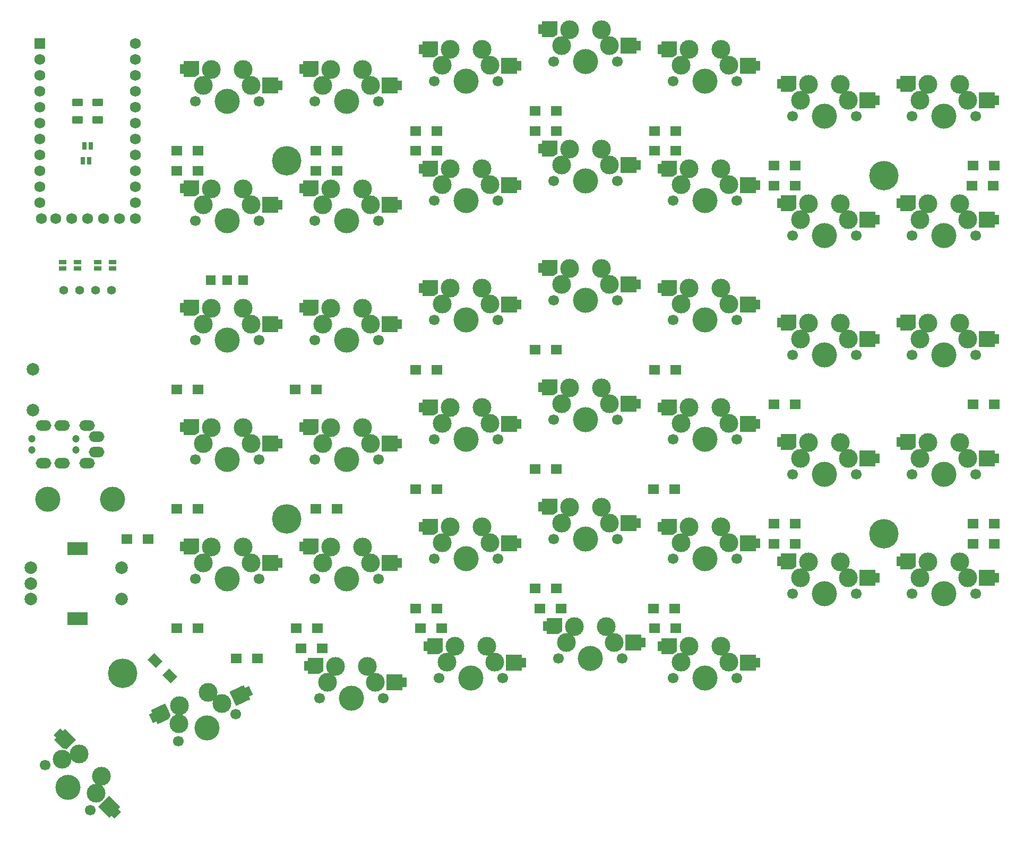
<source format=gbr>
%TF.GenerationSoftware,KiCad,Pcbnew,(6.0.1)*%
%TF.CreationDate,2022-02-14T18:22:42+08:00*%
%TF.ProjectId,Sofle_Extended,536f666c-655f-4457-9874-656e6465642e,rev?*%
%TF.SameCoordinates,Original*%
%TF.FileFunction,Soldermask,Top*%
%TF.FilePolarity,Negative*%
%FSLAX46Y46*%
G04 Gerber Fmt 4.6, Leading zero omitted, Abs format (unit mm)*
G04 Created by KiCad (PCBNEW (6.0.1)) date 2022-02-14 18:22:42*
%MOMM*%
%LPD*%
G01*
G04 APERTURE LIST*
G04 Aperture macros list*
%AMRoundRect*
0 Rectangle with rounded corners*
0 $1 Rounding radius*
0 $2 $3 $4 $5 $6 $7 $8 $9 X,Y pos of 4 corners*
0 Add a 4 corners polygon primitive as box body*
4,1,4,$2,$3,$4,$5,$6,$7,$8,$9,$2,$3,0*
0 Add four circle primitives for the rounded corners*
1,1,$1+$1,$2,$3*
1,1,$1+$1,$4,$5*
1,1,$1+$1,$6,$7*
1,1,$1+$1,$8,$9*
0 Add four rect primitives between the rounded corners*
20,1,$1+$1,$2,$3,$4,$5,0*
20,1,$1+$1,$4,$5,$6,$7,0*
20,1,$1+$1,$6,$7,$8,$9,0*
20,1,$1+$1,$8,$9,$2,$3,0*%
%AMRotRect*
0 Rectangle, with rotation*
0 The origin of the aperture is its center*
0 $1 length*
0 $2 width*
0 $3 Rotation angle, in degrees counterclockwise*
0 Add horizontal line*
21,1,$1,$2,0,0,$3*%
%AMFreePoly0*
4,1,24,2.735355,1.235355,2.750000,1.200000,2.750000,-0.800000,2.748029,-0.804757,2.749028,-0.809806,2.740927,-0.821903,2.735355,-0.835355,2.730600,-0.837325,2.727735,-0.841603,2.127735,-1.241603,2.113450,-1.244429,2.100000,-1.250000,0.300001,-1.250000,0.264645,-1.235355,0.250000,-1.200000,0.250000,-0.750000,-0.349999,-0.750000,-0.349999,0.750000,0.250000,0.750000,0.250000,1.200000,
0.264645,1.235355,0.300001,1.250000,2.700000,1.250000,2.735355,1.235355,2.735355,1.235355,$1*%
%AMFreePoly1*
4,1,17,-0.364645,1.235355,-0.350000,1.200001,-0.349999,0.750000,0.349999,0.750000,0.349999,-0.750000,-0.349999,-0.750000,-0.350000,-1.200001,-0.364645,-1.235355,-0.400000,-1.250000,-2.800000,-1.249999,-2.835355,-1.235355,-2.850000,-1.200000,-2.850000,1.200000,-2.835355,1.235355,-2.800000,1.249999,-0.400000,1.250000,-0.364645,1.235355,-0.364645,1.235355,$1*%
G04 Aperture macros list end*
%ADD10C,3.000000*%
%ADD11C,1.700000*%
%ADD12C,4.000000*%
%ADD13FreePoly0,315.000000*%
%ADD14FreePoly1,315.000000*%
%ADD15FreePoly0,0.000000*%
%ADD16FreePoly1,0.000000*%
%ADD17C,4.700000*%
%ADD18R,1.800000X1.500000*%
%ADD19C,1.200000*%
%ADD20O,2.500000X1.700000*%
%ADD21R,1.524000X1.524000*%
%ADD22R,0.635000X1.143000*%
%ADD23R,1.143000X0.635000*%
%ADD24FreePoly0,25.000000*%
%ADD25FreePoly1,25.000000*%
%ADD26C,2.000000*%
%ADD27RotRect,1.800000X1.500000X315.000000*%
%ADD28R,3.200000X2.000000*%
%ADD29R,1.752600X1.752600*%
%ADD30C,1.752600*%
%ADD31C,1.397000*%
%ADD32RoundRect,0.250000X-0.625000X0.375000X-0.625000X-0.375000X0.625000X-0.375000X0.625000X0.375000X0*%
%ADD33RoundRect,0.250000X0.625000X-0.375000X0.625000X0.375000X-0.625000X0.375000X-0.625000X-0.375000X0*%
G04 APERTURE END LIST*
D10*
%TO.C,SW41*%
X76889475Y-152672371D03*
D11*
X74195398Y-153570398D03*
D10*
X79583551Y-151774346D03*
X83175654Y-155366449D03*
D12*
X77787500Y-157162500D03*
D11*
X81379602Y-160754602D03*
D10*
X82277628Y-158060526D03*
D13*
X76302576Y-148465087D03*
D14*
X85565675Y-161405141D03*
%TD*%
D11*
%TO.C,SW3*%
X184467500Y-44450000D03*
D10*
X176847500Y-39370000D03*
D11*
X174307500Y-44450000D03*
D12*
X179387500Y-44450000D03*
D10*
X183197500Y-41910000D03*
X181927500Y-39370000D03*
X175577500Y-41909999D03*
D15*
X172187500Y-39350000D03*
D16*
X187887500Y-41950000D03*
%TD*%
D17*
%TO.C,TH7*%
X207962500Y-59531250D03*
%TD*%
D18*
%TO.C,D9*%
X190387500Y-61118750D03*
X193787500Y-61118750D03*
%TD*%
D10*
%TO.C,SW37*%
X164941250Y-133985000D03*
D11*
X156051250Y-136525000D03*
D12*
X161131250Y-136525000D03*
D10*
X158591250Y-131445000D03*
D11*
X166211250Y-136525000D03*
D10*
X163671250Y-131445000D03*
X157321250Y-133984999D03*
D15*
X153931250Y-131425000D03*
D16*
X169631250Y-134025000D03*
%TD*%
D12*
%TO.C,SW31*%
X179387500Y-120650000D03*
D11*
X184467500Y-120650000D03*
D10*
X183197500Y-118110000D03*
X175577500Y-118109999D03*
X181927500Y-115570000D03*
D11*
X174307500Y-120650000D03*
D10*
X176847500Y-115570000D03*
D15*
X172187500Y-115550000D03*
D16*
X187887500Y-118150000D03*
%TD*%
D18*
%TO.C,D12*%
X133237500Y-55562500D03*
X136637500Y-55562500D03*
%TD*%
%TO.C,D27*%
X117362500Y-112712500D03*
X120762500Y-112712500D03*
%TD*%
D19*
%TO.C,J3*%
X72093750Y-103268750D03*
X79093750Y-101518750D03*
X72093750Y-101518750D03*
X79093750Y-103268750D03*
D20*
X80893750Y-105368750D03*
X80893750Y-99418750D03*
X76893750Y-99418750D03*
X76893750Y-105368750D03*
X73893750Y-99418750D03*
X73893750Y-105368750D03*
X82393750Y-101168750D03*
X82393750Y-103618750D03*
%TD*%
D18*
%TO.C,D6*%
X117362500Y-55562500D03*
X120762500Y-55562500D03*
%TD*%
%TO.C,D10*%
X171337500Y-55562500D03*
X174737500Y-55562500D03*
%TD*%
%TO.C,D4*%
X152287500Y-49212500D03*
X155687500Y-49212500D03*
%TD*%
%TO.C,D16*%
X190387500Y-96043750D03*
X193787500Y-96043750D03*
%TD*%
D12*
%TO.C,SW13*%
X122237500Y-66675000D03*
D10*
X126047500Y-64135000D03*
X118427500Y-64134999D03*
X124777500Y-61595000D03*
D11*
X127317500Y-66675000D03*
X117157500Y-66675000D03*
D10*
X119697500Y-61595000D03*
D15*
X115037500Y-61575000D03*
D16*
X130737500Y-64175000D03*
%TD*%
D10*
%TO.C,SW1*%
X214947500Y-44926250D03*
D11*
X222567500Y-50006250D03*
X212407500Y-50006250D03*
D10*
X220027500Y-44926250D03*
X221297500Y-47466250D03*
D12*
X217487500Y-50006250D03*
D10*
X213677500Y-47466249D03*
D15*
X210287500Y-44906250D03*
D16*
X225987500Y-47506250D03*
%TD*%
D21*
%TO.C,J1*%
X105737500Y-76200000D03*
X103237500Y-76200000D03*
X100637500Y-76200000D03*
%TD*%
D22*
%TO.C,JP10*%
X80462120Y-54768750D03*
X81462880Y-54768750D03*
%TD*%
%TO.C,JP9*%
X80168750Y-57150000D03*
X81169510Y-57150000D03*
%TD*%
D11*
%TO.C,SW21*%
X98107500Y-85725000D03*
D10*
X106997500Y-83185000D03*
D12*
X103187500Y-85725000D03*
D11*
X108267500Y-85725000D03*
D10*
X99377500Y-83184999D03*
X105727500Y-80645000D03*
X100647500Y-80645000D03*
D15*
X95987500Y-80625000D03*
D16*
X111687500Y-83225000D03*
%TD*%
D18*
%TO.C,D20*%
X114075000Y-93662500D03*
X117475000Y-93662500D03*
%TD*%
%TO.C,D14*%
X95137500Y-58737500D03*
X98537500Y-58737500D03*
%TD*%
D12*
%TO.C,TH2*%
X84931250Y-111125000D03*
%TD*%
D18*
%TO.C,D3*%
X171337500Y-52387500D03*
X174737500Y-52387500D03*
%TD*%
%TO.C,D32*%
X152287500Y-125412500D03*
X155687500Y-125412500D03*
%TD*%
%TO.C,D8*%
X222025000Y-61118750D03*
X225425000Y-61118750D03*
%TD*%
%TO.C,D17*%
X171337500Y-90487500D03*
X174737500Y-90487500D03*
%TD*%
%TO.C,D23*%
X190387500Y-115093750D03*
X193787500Y-115093750D03*
%TD*%
D10*
%TO.C,SW4*%
X162877500Y-36195000D03*
X164147500Y-38735000D03*
X156527500Y-38734999D03*
D12*
X160337500Y-41275000D03*
D10*
X157797500Y-36195000D03*
D11*
X165417500Y-41275000D03*
X155257500Y-41275000D03*
D15*
X153137500Y-36175000D03*
D16*
X168837500Y-38775000D03*
%TD*%
D18*
%TO.C,D39*%
X114981250Y-134937500D03*
X118381250Y-134937500D03*
%TD*%
D23*
%TO.C,JP3*%
X79375000Y-74319130D03*
X79375000Y-73318370D03*
%TD*%
D18*
%TO.C,D29*%
X222137500Y-118268750D03*
X225537500Y-118268750D03*
%TD*%
D11*
%TO.C,SW33*%
X146367500Y-120650000D03*
D10*
X138747500Y-115570000D03*
X137477500Y-118109999D03*
X145097500Y-118110000D03*
X143827500Y-115570000D03*
D11*
X136207500Y-120650000D03*
D12*
X141287500Y-120650000D03*
D15*
X134087500Y-115550000D03*
D16*
X149787500Y-118150000D03*
%TD*%
D10*
%TO.C,SW14*%
X105727500Y-61595000D03*
D11*
X98107500Y-66675000D03*
D10*
X100647500Y-61595000D03*
X106997500Y-64135000D03*
D11*
X108267500Y-66675000D03*
D12*
X103187500Y-66675000D03*
D10*
X99377500Y-64134999D03*
D15*
X95987500Y-61575000D03*
D16*
X111687500Y-64175000D03*
%TD*%
D18*
%TO.C,D37*%
X153081250Y-128587500D03*
X156481250Y-128587500D03*
%TD*%
%TO.C,D35*%
X95137500Y-131762500D03*
X98537500Y-131762500D03*
%TD*%
D10*
%TO.C,SW17*%
X175577500Y-80009999D03*
D12*
X179387500Y-82550000D03*
D10*
X183197500Y-80010000D03*
X176847500Y-77470000D03*
X181927500Y-77470000D03*
D11*
X174307500Y-82550000D03*
X184467500Y-82550000D03*
D15*
X172187500Y-77450000D03*
D16*
X187887500Y-80050000D03*
%TD*%
D10*
%TO.C,SW40*%
X95486017Y-146945653D03*
X102392082Y-143725303D03*
X95563577Y-144106907D03*
X100167621Y-141960006D03*
D11*
X95408456Y-149784401D03*
D12*
X100012500Y-147637500D03*
D11*
X104616544Y-145490599D03*
D24*
X91331731Y-146058182D03*
D25*
X106659571Y-141779475D03*
%TD*%
D18*
%TO.C,D15*%
X222137500Y-96043750D03*
X225537500Y-96043750D03*
%TD*%
D17*
%TO.C,TH3*%
X112712500Y-114300000D03*
%TD*%
D10*
%TO.C,SW20*%
X126047500Y-83185000D03*
D11*
X127317500Y-85725000D03*
D10*
X124777500Y-80645000D03*
X119697500Y-80645000D03*
D12*
X122237500Y-85725000D03*
D10*
X118427500Y-83184999D03*
D11*
X117157500Y-85725000D03*
D15*
X115037500Y-80625000D03*
D16*
X130737500Y-83225000D03*
%TD*%
D10*
%TO.C,SW32*%
X164147500Y-114935000D03*
D11*
X155257500Y-117475000D03*
D10*
X162877500Y-112395000D03*
X156527500Y-114934999D03*
X157797500Y-112395000D03*
D11*
X165417500Y-117475000D03*
D12*
X160337500Y-117475000D03*
D15*
X153137500Y-112375000D03*
D16*
X168837500Y-114975000D03*
%TD*%
D10*
%TO.C,SW11*%
X156527500Y-57784999D03*
D11*
X165417500Y-60325000D03*
D12*
X160337500Y-60325000D03*
D11*
X155257500Y-60325000D03*
D10*
X162877500Y-55245000D03*
X157797500Y-55245000D03*
X164147500Y-57785000D03*
D15*
X153137500Y-55225000D03*
D16*
X168837500Y-57825000D03*
%TD*%
D10*
%TO.C,SW22*%
X221297500Y-104616250D03*
X214947500Y-102076250D03*
D12*
X217487500Y-107156250D03*
D11*
X212407500Y-107156250D03*
D10*
X213677500Y-104616249D03*
D11*
X222567500Y-107156250D03*
D10*
X220027500Y-102076250D03*
D15*
X210287500Y-102056250D03*
D16*
X225987500Y-104656250D03*
%TD*%
D18*
%TO.C,D42*%
X87200000Y-117475000D03*
X90600000Y-117475000D03*
%TD*%
D23*
%TO.C,JP4*%
X76993750Y-74319130D03*
X76993750Y-73318370D03*
%TD*%
D26*
%TO.C,RSW1*%
X72231250Y-90412500D03*
X72231250Y-96912500D03*
%TD*%
D18*
%TO.C,D25*%
X152287500Y-106362500D03*
X155687500Y-106362500D03*
%TD*%
D11*
%TO.C,SW9*%
X193357500Y-69056250D03*
X203517500Y-69056250D03*
D10*
X194627500Y-66516249D03*
D12*
X198437500Y-69056250D03*
D10*
X195897500Y-63976250D03*
X200977500Y-63976250D03*
X202247500Y-66516250D03*
D15*
X191237500Y-63956250D03*
D16*
X206937500Y-66556250D03*
%TD*%
D18*
%TO.C,D40*%
X104662500Y-136525000D03*
X108062500Y-136525000D03*
%TD*%
D27*
%TO.C,D41*%
X91666668Y-136910418D03*
X94070832Y-139314582D03*
%TD*%
D18*
%TO.C,D7*%
X95137500Y-55562500D03*
X98537500Y-55562500D03*
%TD*%
%TO.C,D38*%
X134031250Y-131762500D03*
X137431250Y-131762500D03*
%TD*%
%TO.C,D13*%
X117362500Y-58737500D03*
X120762500Y-58737500D03*
%TD*%
D11*
%TO.C,SW15*%
X212407500Y-88106250D03*
X222567500Y-88106250D03*
D10*
X213677500Y-85566249D03*
D12*
X217487500Y-88106250D03*
D10*
X221297500Y-85566250D03*
X214947500Y-83026250D03*
X220027500Y-83026250D03*
D15*
X210287500Y-83006250D03*
D16*
X225987500Y-85606250D03*
%TD*%
D18*
%TO.C,D11*%
X152287500Y-52387500D03*
X155687500Y-52387500D03*
%TD*%
%TO.C,D31*%
X171225000Y-128587500D03*
X174625000Y-128587500D03*
%TD*%
D10*
%TO.C,SW19*%
X138747500Y-77470000D03*
X145097500Y-80010000D03*
D11*
X136207500Y-82550000D03*
D10*
X137477500Y-80009999D03*
D12*
X141287500Y-82550000D03*
D10*
X143827500Y-77470000D03*
D11*
X146367500Y-82550000D03*
D15*
X134087500Y-77450000D03*
D16*
X149787500Y-80050000D03*
%TD*%
D11*
%TO.C,SW16*%
X193357500Y-88106250D03*
D10*
X200977500Y-83026250D03*
X202247500Y-85566250D03*
X194627500Y-85566249D03*
X195897500Y-83026250D03*
D11*
X203517500Y-88106250D03*
D12*
X198437500Y-88106250D03*
D15*
X191237500Y-83006250D03*
D16*
X206937500Y-85606250D03*
%TD*%
D10*
%TO.C,SW23*%
X195897500Y-102076250D03*
D11*
X193357500Y-107156250D03*
D10*
X202247500Y-104616250D03*
D11*
X203517500Y-107156250D03*
D10*
X194627500Y-104616249D03*
D12*
X198437500Y-107156250D03*
D10*
X200977500Y-102076250D03*
D15*
X191237500Y-102056250D03*
D16*
X206937500Y-104656250D03*
%TD*%
D18*
%TO.C,D36*%
X171337500Y-131762500D03*
X174737500Y-131762500D03*
%TD*%
D10*
%TO.C,SW39*%
X119221250Y-140334999D03*
D11*
X128111250Y-142875000D03*
D10*
X120491250Y-137795000D03*
X126841250Y-140335000D03*
D12*
X123031250Y-142875000D03*
D11*
X117951250Y-142875000D03*
D10*
X125571250Y-137795000D03*
D15*
X115831250Y-137775000D03*
D16*
X131531250Y-140375000D03*
%TD*%
D10*
%TO.C,SW36*%
X183197500Y-137160000D03*
D11*
X174307500Y-139700000D03*
D10*
X175577500Y-137159999D03*
X181927500Y-134620000D03*
D12*
X179387500Y-139700000D03*
D10*
X176847500Y-134620000D03*
D11*
X184467500Y-139700000D03*
D15*
X172187500Y-134600000D03*
D16*
X187887500Y-137200000D03*
%TD*%
D10*
%TO.C,SW18*%
X162877500Y-74295000D03*
D11*
X155257500Y-79375000D03*
D12*
X160337500Y-79375000D03*
D10*
X164147500Y-76835000D03*
D11*
X165417500Y-79375000D03*
D10*
X157797500Y-74295000D03*
X156527500Y-76834999D03*
D15*
X153137500Y-74275000D03*
D16*
X168837500Y-76875000D03*
%TD*%
D18*
%TO.C,D19*%
X133237500Y-90487500D03*
X136637500Y-90487500D03*
%TD*%
D10*
%TO.C,SW24*%
X181927500Y-96520000D03*
D11*
X174307500Y-101600000D03*
D10*
X176847500Y-96520000D03*
X175577500Y-99059999D03*
D12*
X179387500Y-101600000D03*
D11*
X184467500Y-101600000D03*
D10*
X183197500Y-99060000D03*
D15*
X172187500Y-96500000D03*
D16*
X187887500Y-99100000D03*
%TD*%
D12*
%TO.C,SW28*%
X103187500Y-104775000D03*
D11*
X108267500Y-104775000D03*
D10*
X106997500Y-102235000D03*
X99377500Y-102234999D03*
X105727500Y-99695000D03*
X100647500Y-99695000D03*
D11*
X98107500Y-104775000D03*
D15*
X95987500Y-99675000D03*
D16*
X111687500Y-102275000D03*
%TD*%
D10*
%TO.C,SW5*%
X138747500Y-39370000D03*
X137477500Y-41909999D03*
D11*
X136207500Y-44450000D03*
D12*
X141287500Y-44450000D03*
D10*
X145097500Y-41910000D03*
D11*
X146367500Y-44450000D03*
D10*
X143827500Y-39370000D03*
D15*
X134087500Y-39350000D03*
D16*
X149787500Y-41950000D03*
%TD*%
D17*
%TO.C,TH5*%
X207962500Y-116681250D03*
%TD*%
D12*
%TO.C,SW35*%
X103187500Y-123825000D03*
D11*
X98107500Y-123825000D03*
X108267500Y-123825000D03*
D10*
X105727500Y-118745000D03*
X99377500Y-121284999D03*
X106997500Y-121285000D03*
X100647500Y-118745000D03*
D15*
X95987500Y-118725000D03*
D16*
X111687500Y-121325000D03*
%TD*%
D26*
%TO.C,SW42*%
X71875000Y-122118750D03*
X71875000Y-127118750D03*
X71875000Y-124618750D03*
D28*
X79375000Y-130218750D03*
X79375000Y-119018750D03*
D26*
X86375000Y-127118750D03*
X86375000Y-122118750D03*
%TD*%
D18*
%TO.C,D30*%
X190387500Y-118268750D03*
X193787500Y-118268750D03*
%TD*%
%TO.C,D5*%
X133237500Y-52387500D03*
X136637500Y-52387500D03*
%TD*%
%TO.C,D21*%
X95137500Y-93662500D03*
X98537500Y-93662500D03*
%TD*%
D10*
%TO.C,SW30*%
X202247500Y-123666250D03*
X194627500Y-123666249D03*
D11*
X193357500Y-126206250D03*
X203517500Y-126206250D03*
D12*
X198437500Y-126206250D03*
D10*
X200977500Y-121126250D03*
X195897500Y-121126250D03*
D15*
X191237500Y-121106250D03*
D16*
X206937500Y-123706250D03*
%TD*%
D18*
%TO.C,D22*%
X222137500Y-115093750D03*
X225537500Y-115093750D03*
%TD*%
D17*
%TO.C,TH4*%
X112712500Y-57150000D03*
%TD*%
D18*
%TO.C,D1*%
X222137500Y-57943750D03*
X225537500Y-57943750D03*
%TD*%
%TO.C,D33*%
X133237500Y-128587500D03*
X136637500Y-128587500D03*
%TD*%
D10*
%TO.C,SW29*%
X220027500Y-121126250D03*
D11*
X222567500Y-126206250D03*
D10*
X221297500Y-123666250D03*
D12*
X217487500Y-126206250D03*
D10*
X214947500Y-121126250D03*
D11*
X212407500Y-126206250D03*
D10*
X213677500Y-123666249D03*
D15*
X210287500Y-121106250D03*
D16*
X225987500Y-123706250D03*
%TD*%
D29*
%TO.C,U1*%
X73342500Y-38417500D03*
D30*
X73342500Y-40957500D03*
X73342500Y-43497500D03*
X73342500Y-46037500D03*
X73342500Y-48577500D03*
X73342500Y-51117500D03*
X73342500Y-53657500D03*
X73342500Y-56197500D03*
X73342500Y-58737500D03*
X73342500Y-61277500D03*
X73342500Y-63817500D03*
X73571100Y-66357500D03*
X88582500Y-66357500D03*
X88582500Y-63817500D03*
X88582500Y-61277500D03*
X88582500Y-58737500D03*
X88582500Y-56197500D03*
X88582500Y-53657500D03*
X88582500Y-51117500D03*
X88582500Y-48577500D03*
X88582500Y-46037500D03*
X88582500Y-43497500D03*
X88582500Y-40957500D03*
X88582500Y-38417500D03*
X75882500Y-66357500D03*
X78422500Y-66357500D03*
X80962500Y-66357500D03*
X83502500Y-66357500D03*
X86042500Y-66357500D03*
%TD*%
D10*
%TO.C,SW10*%
X181927500Y-58420000D03*
D12*
X179387500Y-63500000D03*
D10*
X175577500Y-60959999D03*
X183197500Y-60960000D03*
D11*
X174307500Y-63500000D03*
D10*
X176847500Y-58420000D03*
D11*
X184467500Y-63500000D03*
D15*
X172187500Y-58400000D03*
D16*
X187887500Y-61000000D03*
%TD*%
D23*
%TO.C,JP1*%
X84931250Y-74319130D03*
X84931250Y-73318370D03*
%TD*%
D10*
%TO.C,SW12*%
X145097500Y-60960000D03*
D11*
X146367500Y-63500000D03*
D10*
X143827500Y-58420000D03*
X138747500Y-58420000D03*
D11*
X136207500Y-63500000D03*
D10*
X137477500Y-60959999D03*
D12*
X141287500Y-63500000D03*
D15*
X134087500Y-58400000D03*
D16*
X149787500Y-61000000D03*
%TD*%
D10*
%TO.C,SW2*%
X195897500Y-44926250D03*
D11*
X193357500Y-50006250D03*
D10*
X200977500Y-44926250D03*
X194627500Y-47466249D03*
D11*
X203517500Y-50006250D03*
D10*
X202247500Y-47466250D03*
D12*
X198437500Y-50006250D03*
D15*
X191237500Y-44906250D03*
D16*
X206937500Y-47506250D03*
%TD*%
D17*
%TO.C,TH6*%
X86518750Y-138906250D03*
%TD*%
D10*
%TO.C,SW8*%
X214947500Y-63976250D03*
X221297500Y-66516250D03*
D12*
X217487500Y-69056250D03*
D11*
X212407500Y-69056250D03*
D10*
X220027500Y-63976250D03*
D11*
X222567500Y-69056250D03*
D10*
X213677500Y-66516249D03*
D15*
X210287500Y-63956250D03*
D16*
X225987500Y-66556250D03*
%TD*%
D18*
%TO.C,D2*%
X190387500Y-57943750D03*
X193787500Y-57943750D03*
%TD*%
D12*
%TO.C,SW38*%
X142081250Y-139700000D03*
D10*
X139541250Y-134620000D03*
X138271250Y-137159999D03*
D11*
X147161250Y-139700000D03*
D10*
X144621250Y-134620000D03*
D11*
X137001250Y-139700000D03*
D10*
X145891250Y-137160000D03*
D15*
X134881250Y-134600000D03*
D16*
X150581250Y-137200000D03*
%TD*%
D18*
%TO.C,D26*%
X133237500Y-109537500D03*
X136637500Y-109537500D03*
%TD*%
D12*
%TO.C,TH1*%
X74612500Y-111125000D03*
%TD*%
D18*
%TO.C,D24*%
X171225000Y-109537500D03*
X174625000Y-109537500D03*
%TD*%
%TO.C,D28*%
X95137500Y-112712500D03*
X98537500Y-112712500D03*
%TD*%
%TO.C,D34*%
X114187500Y-131762500D03*
X117587500Y-131762500D03*
%TD*%
D11*
%TO.C,SW6*%
X117157500Y-47625000D03*
D10*
X118427500Y-45084999D03*
X119697500Y-42545000D03*
D11*
X127317500Y-47625000D03*
D10*
X124777500Y-42545000D03*
X126047500Y-45085000D03*
D12*
X122237500Y-47625000D03*
D15*
X115037500Y-42525000D03*
D16*
X130737500Y-45125000D03*
%TD*%
D11*
%TO.C,SW34*%
X127317500Y-123825000D03*
X117157500Y-123825000D03*
D10*
X118427500Y-121284999D03*
X124777500Y-118745000D03*
X119697500Y-118745000D03*
X126047500Y-121285000D03*
D12*
X122237500Y-123825000D03*
D15*
X115037500Y-118725000D03*
D16*
X130737500Y-121325000D03*
%TD*%
D31*
%TO.C,J2*%
X77152500Y-77787500D03*
X79692500Y-77787500D03*
X82232500Y-77787500D03*
X84772500Y-77787500D03*
%TD*%
D23*
%TO.C,JP2*%
X82550000Y-74319130D03*
X82550000Y-73318370D03*
%TD*%
D10*
%TO.C,SW7*%
X106997500Y-45085000D03*
D11*
X98107500Y-47625000D03*
D10*
X99377500Y-45084999D03*
D12*
X103187500Y-47625000D03*
D11*
X108267500Y-47625000D03*
D10*
X100647500Y-42545000D03*
X105727500Y-42545000D03*
D15*
X95987500Y-42525000D03*
D16*
X111687500Y-45125000D03*
%TD*%
D18*
%TO.C,D18*%
X152287500Y-87312500D03*
X155687500Y-87312500D03*
%TD*%
D11*
%TO.C,SW25*%
X165417500Y-98425000D03*
X155257500Y-98425000D03*
D10*
X164147500Y-95885000D03*
X157797500Y-93345000D03*
X162877500Y-93345000D03*
D12*
X160337500Y-98425000D03*
D10*
X156527500Y-95884999D03*
D15*
X153137500Y-93325000D03*
D16*
X168837500Y-95925000D03*
%TD*%
D10*
%TO.C,SW26*%
X143827500Y-96520000D03*
D12*
X141287500Y-101600000D03*
D11*
X146367500Y-101600000D03*
D10*
X137477500Y-99059999D03*
X145097500Y-99060000D03*
X138747500Y-96520000D03*
D11*
X136207500Y-101600000D03*
D15*
X134087500Y-96500000D03*
D16*
X149787500Y-99100000D03*
%TD*%
D10*
%TO.C,SW27*%
X124777500Y-99695000D03*
D12*
X122237500Y-104775000D03*
D10*
X126047500Y-102235000D03*
D11*
X117157500Y-104775000D03*
X127317500Y-104775000D03*
D10*
X119697500Y-99695000D03*
X118427500Y-102234999D03*
D15*
X115037500Y-99675000D03*
D16*
X130737500Y-102275000D03*
%TD*%
D32*
%TO.C,R2*%
X79375000Y-47812500D03*
X79375000Y-47812500D03*
X79375000Y-50612500D03*
X79375000Y-50612500D03*
%TD*%
D33*
%TO.C,R1*%
X82550000Y-50612500D03*
X82550000Y-50612500D03*
X82550000Y-47812500D03*
X82550000Y-47812500D03*
%TD*%
M02*

</source>
